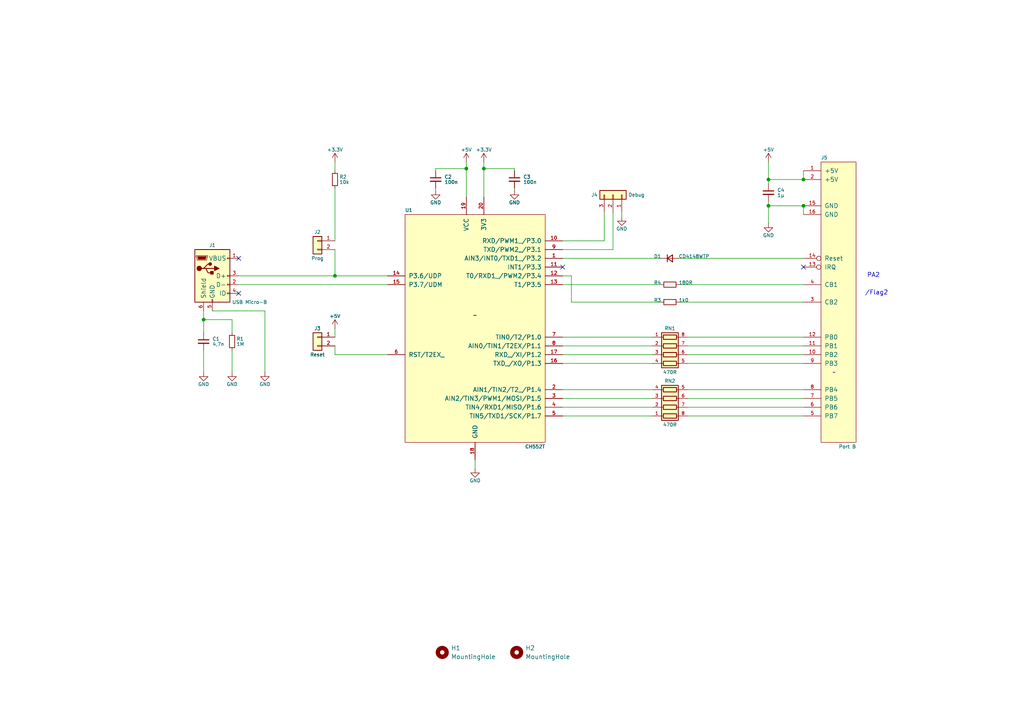
<source format=kicad_sch>
(kicad_sch (version 20211123) (generator eeschema)
  (paper "A4")
  (lib_symbols
    (symbol "Conn_01x02_1" (pin_names (offset 1.016) hide)
      (property "Reference" "J?" (at 0 5.08 0))
      (property "Value" "Conn_01x02_1" (at 0 -2.54 0))
      (symbol "Conn_01x02_1_1_1"
        (rectangle (start -1.27 -2.413) (end 0 -2.667) (stroke (width 0.1524)))
        (rectangle (start -1.27 0.127) (end 0 -0.127) (stroke (width 0.1524)))
        (rectangle (start -1.27 1.27) (end 1.27 -3.81) (stroke (width 0.254)) (fill (type background)))
        (pin passive line (at -5.08 0 0) (length 3.81) (name "Pin_1") (number "1"))
        (pin passive line (at -5.08 -2.54 0) (length 3.81) (name "Pin_2") (number "2"))
      )
    )
    (symbol "Connector:USB_OTG" (pin_names (offset 1.016))
      (property "Reference" "J?" (at 0 10.795 0))
      (property "Value" "USB_OTG" (at 0 8.89 0))
      (symbol "USB_OTG_0_1"
        (rectangle (start -5.08 -7.62) (end 5.08 7.62) (stroke (width 0.254)) (fill (type background)))
        (circle (center -3.81 2.159) (radius 0.635) (stroke (width 0.254)) (fill (type outline)))
        (circle (center -0.635 3.429) (radius 0.381) (stroke (width 0.254)) (fill (type outline)))
        (rectangle (start -0.127 -7.62) (end 0.127 -6.858))
        (polyline (pts (xy -1.905 2.159) (xy 0.635 2.159)) (stroke (width 0.254)))
        (polyline (pts (xy -3.175 2.159) (xy -2.54 2.159) (xy -1.27 3.429) (xy -0.635 3.429)) (stroke (width 0.254)))
        (polyline (pts (xy -2.54 2.159) (xy -1.905 2.159) (xy -1.27 0.889) (xy 0 0.889)) (stroke (width 0.254)))
        (polyline (pts (xy 0.635 2.794) (xy 0.635 1.524) (xy 1.905 2.159) (xy 0.635 2.794)) (stroke (width 0.254)) (fill (type outline)))
        (polyline (pts (xy -4.318 5.588) (xy -1.778 5.588) (xy -2.032 4.826) (xy -4.064 4.826) (xy -4.318 5.588)) (fill (type outline)))
        (polyline (pts (xy -4.699 5.842) (xy -4.699 5.588) (xy -4.445 4.826) (xy -4.445 4.572) (xy -1.651 4.572) (xy -1.651 4.826) (xy -1.397 5.588) (xy -1.397 5.842) (xy -4.699 5.842)))
        (rectangle (start 0.254 1.27) (end -0.508 0.508) (stroke (width 0.254)) (fill (type outline)))
        (rectangle (start 5.08 -5.207) (end 4.318 -4.953))
        (rectangle (start 5.08 -2.667) (end 4.318 -2.413))
        (rectangle (start 5.08 -0.127) (end 4.318 0.127))
        (rectangle (start 5.08 4.953) (end 4.318 5.207))
      )
      (symbol "USB_OTG_1_1"
        (pin passive line (at 7.62 5.08 180) (length 2.54) (name "VBUS") (number "1"))
        (pin bidirectional line (at 7.62 -2.54 180) (length 2.54) (name "D-") (number "2"))
        (pin bidirectional line (at 7.62 0 180) (length 2.54) (name "D+") (number "3"))
        (pin passive line (at 7.62 -5.08 180) (length 2.54) (name "ID") (number "4"))
        (pin passive line (at 0 -10.16 90) (length 2.54) (name "GND") (number "5"))
        (pin passive line (at -2.54 -10.16 90) (length 2.54) (name "Shield") (number "6"))
      )
    )
    (symbol "Connector_Generic:Conn_01x02" (pin_names (offset 1.016) hide)
      (property "Reference" "J?" (at 0 5.08 0))
      (property "Value" "P1.5" (at 0 -2.54 0))
      (symbol "Conn_01x02_1_1"
        (rectangle (start -1.27 -2.413) (end 0 -2.667) (stroke (width 0.1524)))
        (rectangle (start -1.27 0.127) (end 0 -0.127) (stroke (width 0.1524)))
        (rectangle (start -1.27 1.27) (end 1.27 -3.81) (stroke (width 0.254)) (fill (type background)))
        (pin passive line (at -5.08 0 0) (length 3.81) (name "Pin_1") (number "1"))
        (pin passive line (at -5.08 -2.54 0) (length 3.81) (name "Pin_2") (number "2"))
      )
    )
    (symbol "Connector_Generic:Conn_01x03" (pin_names (offset 1.016) hide)
      (property "Reference" "J?" (at 5.08 1.27 90))
      (property "Value" "Debug" (at 5.08 -0.635 90))
      (symbol "Conn_01x03_1_1"
        (rectangle (start -1.27 -2.413) (end 0 -2.667) (stroke (width 0.1524)))
        (rectangle (start -1.27 0.127) (end 0 -0.127) (stroke (width 0.1524)))
        (rectangle (start -1.27 2.667) (end 0 2.413) (stroke (width 0.1524)))
        (rectangle (start -1.27 3.81) (end 1.27 -3.81) (stroke (width 0.254)) (fill (type background)))
        (pin passive line (at -5.08 2.54 0) (length 3.81) (name "Pin_1") (number "1"))
        (pin passive line (at -5.08 0 0) (length 3.81) (name "Pin_2") (number "2"))
        (pin passive line (at -5.08 -2.54 0) (length 3.81) (name "Pin_3") (number "3"))
      )
    )
    (symbol "Device:C_Small" (pin_numbers hide) (pin_names (offset 0.254) hide)
      (property "Reference" "C" (at 0.254 1.778 0))
      (property "Value" "C_Small" (at 0.254 -2.032 0))
      (symbol "C_Small_0_1"
        (polyline (pts (xy -1.524 -0.508) (xy 1.524 -0.508)) (stroke (width 0.3302)))
        (polyline (pts (xy -1.524 0.508) (xy 1.524 0.508)) (stroke (width 0.3048)))
      )
      (symbol "C_Small_1_1"
        (pin passive line (at 0 2.54 270) (length 2.032) (name "~") (number "1"))
        (pin passive line (at 0 -2.54 90) (length 2.032) (name "~") (number "2"))
      )
    )
    (symbol "Device:D_Small" (pin_numbers hide) (pin_names (offset 0.254) hide)
      (property "Reference" "D" (at -1.27 2.032 0))
      (property "Value" "D_Small" (at -3.81 -2.032 0))
      (symbol "D_Small_0_1"
        (polyline (pts (xy -0.762 -1.016) (xy -0.762 1.016)) (stroke (width 0.254)))
        (polyline (pts (xy -0.762 0) (xy 0.762 0)))
        (polyline (pts (xy 0.762 -1.016) (xy -0.762 0) (xy 0.762 1.016) (xy 0.762 -1.016)) (stroke (width 0.254)))
      )
      (symbol "D_Small_1_1"
        (pin passive line (at -2.54 0 0) (length 1.778) (name "K") (number "1"))
        (pin passive line (at 2.54 0 180) (length 1.778) (name "A") (number "2"))
      )
    )
    (symbol "Device:R_Small" (pin_numbers hide) (pin_names (offset 0.254) hide)
      (property "Reference" "R" (at 0.762 0.508 0))
      (property "Value" "R_Small" (at 0.762 -1.016 0))
      (symbol "R_Small_0_1"
        (rectangle (start -0.762 1.778) (end 0.762 -1.778) (stroke (width 0.2032)))
      )
      (symbol "R_Small_1_1"
        (pin passive line (at 0 2.54 270) (length 0.762) (name "~") (number "1"))
        (pin passive line (at 0 -2.54 90) (length 0.762) (name "~") (number "2"))
      )
    )
    (symbol "Mechanical:MountingHole" (pin_names (offset 1.016))
      (property "Reference" "H" (at 0 5.08 0))
      (property "Value" "MountingHole" (at 0 3.175 0))
      (symbol "MountingHole_0_1"
        (circle (center 0 0) (radius 1.27) (stroke (width 1.27)))
      )
    )
    (symbol "R_Pack04_1" (pin_names (offset 0) hide)
      (property "Reference" "RN?" (at 0 7.62 90))
      (property "Value" "470R" (at 4.445 7.62 90))
      (symbol "R_Pack04_1_0_1"
        (rectangle (start -6.35 -2.413) (end 3.81 2.413) (stroke (width 0.254)) (fill (type background)))
        (rectangle (start -5.715 1.905) (end -4.445 -1.905) (stroke (width 0.254)))
        (rectangle (start -3.175 1.905) (end -1.905 -1.905) (stroke (width 0.254)))
        (rectangle (start -0.635 1.905) (end 0.635 -1.905) (stroke (width 0.254)))
        (polyline (pts (xy -5.08 -2.54) (xy -5.08 -1.905)))
        (polyline (pts (xy -5.08 1.905) (xy -5.08 2.54)))
        (polyline (pts (xy -2.54 -2.54) (xy -2.54 -1.905)))
        (polyline (pts (xy -2.54 1.905) (xy -2.54 2.54)))
        (polyline (pts (xy 0 -2.54) (xy 0 -1.905)))
        (polyline (pts (xy 0 1.905) (xy 0 2.54)))
        (polyline (pts (xy 2.54 -2.54) (xy 2.54 -1.905)))
        (polyline (pts (xy 2.54 1.905) (xy 2.54 2.54)))
        (rectangle (start 1.905 1.905) (end 3.175 -1.905) (stroke (width 0.254)))
      )
      (symbol "R_Pack04_1_1_1"
        (pin passive line (at -5.08 -5.08 90) (length 2.54) (name "R1.1") (number "1"))
        (pin passive line (at -2.54 -5.08 90) (length 2.54) (name "R2.1") (number "2"))
        (pin passive line (at 0 -5.08 90) (length 2.54) (name "R3.1") (number "3"))
        (pin passive line (at 2.54 -5.08 90) (length 2.54) (name "R4.1") (number "4"))
        (pin passive line (at 2.54 5.08 270) (length 2.54) (name "R4.2") (number "5"))
        (pin passive line (at 0 5.08 270) (length 2.54) (name "R3.2") (number "6"))
        (pin passive line (at -2.54 5.08 270) (length 2.54) (name "R2.2") (number "7"))
        (pin passive line (at -5.08 5.08 270) (length 2.54) (name "R1.2") (number "8"))
      )
    )
    (symbol "TTB:CH552T" (pin_names (offset 1.016))
      (property "Reference" "U?" (at -20.32 33.655 0))
      (property "Value" "CH552T" (at 20.32 -33.655 0))
      (symbol "CH552T_0_1"
        (rectangle (start -20.32 33.02) (end 20.32 -33.02) (fill (type background)))
      )
      (symbol "CH552T_1_1"
        (pin bidirectional line (at 25.4 20.32 180) (length 5.08) (name "AIN3/INT0/TXD1_/P3.2") (number "1"))
        (pin bidirectional line (at 25.4 25.4 180) (length 5.08) (name "RXD/PWM1_/P3.0") (number "10"))
        (pin bidirectional line (at 25.4 17.78 180) (length 5.08) (name "INT1/P3.3") (number "11"))
        (pin bidirectional line (at 25.4 15.24 180) (length 5.08) (name "T0/RXD1_/PWM2/P3.4") (number "12"))
        (pin bidirectional line (at 25.4 12.7 180) (length 5.08) (name "T1/P3.5") (number "13"))
        (pin bidirectional line (at -25.4 15.24 0) (length 5.08) (name "P3.6/UDP") (number "14"))
        (pin bidirectional line (at -25.4 12.7 0) (length 5.08) (name "P3.7/UDM") (number "15"))
        (pin bidirectional line (at 25.4 -10.16 180) (length 5.08) (name "TXD_/XO/P1.3") (number "16"))
        (pin bidirectional line (at 25.4 -7.62 180) (length 5.08) (name "RXD_/XI/P1.2") (number "17"))
        (pin power_in line (at 0 -38.1 90) (length 5.08) (name "GND") (number "18"))
        (pin power_in line (at -2.54 38.1 270) (length 5.08) (name "VCC") (number "19"))
        (pin bidirectional line (at 25.4 -17.78 180) (length 5.08) (name "AIN1/TIN2/T2_/P1.4") (number "2"))
        (pin power_out line (at 2.54 38.1 270) (length 5.08) (name "3V3") (number "20"))
        (pin bidirectional line (at 25.4 -20.32 180) (length 5.08) (name "AIN2/TIN3/PWM1/MOSI/P1.5") (number "3"))
        (pin bidirectional line (at 25.4 -22.86 180) (length 5.08) (name "TIN4/RXD1/MISO/P1.6") (number "4"))
        (pin bidirectional line (at 25.4 -25.4 180) (length 5.08) (name "TIN5/TXD1/SCK/P1.7") (number "5"))
        (pin input line (at -25.4 -7.62 0) (length 5.08) (name "RST/T2EX_") (number "6"))
        (pin bidirectional line (at 25.4 -2.54 180) (length 5.08) (name "TIN0/T2/P1.0") (number "7"))
        (pin bidirectional line (at 25.4 -5.08 180) (length 5.08) (name "AIN0/TIN1/T2EX/P1.1") (number "8"))
        (pin bidirectional line (at 25.4 22.86 180) (length 5.08) (name "TXD/PWM2_/P3.1") (number "9"))
      )
    )
    (symbol "TTB:TTB_JC2_Extension_PortB" (pin_names (offset 1))
      (property "Reference" "J5" (at -5.08 41.91 0))
      (property "Value" "Port B" (at 5.08 -41.91 0))
      (symbol "TTB_JC2_Extension_PortB_0_1"
        (rectangle (start -5.08 40.64) (end 5.08 -40.64) (fill (type background)))
      )
      (symbol "TTB_JC2_Extension_PortB_1_1"
        (pin power_out line (at -10.16 38.1 0) (length 5.08) (name "+5V") (number "1"))
        (pin bidirectional line (at -10.16 -15.24 0) (length 5.08) (name "PB2") (number "10"))
        (pin bidirectional line (at -10.16 -12.7 0) (length 5.08) (name "PB1") (number "11"))
        (pin bidirectional line (at -10.16 -10.16 0) (length 5.08) (name "PB0") (number "12"))
        (pin input inverted (at -10.16 10.16 0) (length 5.08) (name "IRQ") (number "13"))
        (pin input inverted (at -10.16 12.7 0) (length 5.08) (name "Reset") (number "14"))
        (pin power_out line (at -10.16 27.94 0) (length 5.08) (name "GND") (number "15"))
        (pin power_out line (at -10.16 25.4 0) (length 5.08) (name "GND") (number "16"))
        (pin power_out line (at -10.16 35.56 0) (length 5.08) (name "+5V") (number "2"))
        (pin output line (at -10.16 0 0) (length 5.08) (name "CB2") (number "3"))
        (pin input line (at -10.16 5.08 0) (length 5.08) (name "CB1") (number "4"))
        (pin bidirectional line (at -10.16 -33.02 0) (length 5.08) (name "PB7") (number "5"))
        (pin bidirectional line (at -10.16 -30.48 0) (length 5.08) (name "PB6") (number "6"))
        (pin bidirectional line (at -10.16 -27.94 0) (length 5.08) (name "PB5") (number "7"))
        (pin bidirectional line (at -10.16 -25.4 0) (length 5.08) (name "PB4") (number "8"))
        (pin bidirectional line (at -10.16 -17.78 0) (length 5.08) (name "PB3") (number "9"))
      )
    )
    (symbol "power:+3.3V" (power) (pin_names (offset 0))
      (property "Value" "+3.3V" (at 0 3.556 0))
      (symbol "+3.3V_0_1"
        (polyline (pts (xy -0.762 1.27) (xy 0 2.54)))
        (polyline (pts (xy 0 0) (xy 0 2.54)))
        (polyline (pts (xy 0 2.54) (xy 0.762 1.27)))
      )
      (symbol "+3.3V_1_1"
        (pin power_in line (at 0 0 90) (length 0) hide (name "+3.3V") (number "1"))
      )
    )
    (symbol "power:+5V" (power) (pin_names (offset 0))
      (property "Value" "+5V" (at 0 3.556 0))
      (symbol "+5V_0_1"
        (polyline (pts (xy -0.762 1.27) (xy 0 2.54)))
        (polyline (pts (xy 0 0) (xy 0 2.54)))
        (polyline (pts (xy 0 2.54) (xy 0.762 1.27)))
      )
      (symbol "+5V_1_1"
        (pin power_in line (at 0 0 90) (length 0) hide (name "+5V") (number "1"))
      )
    )
    (symbol "power:GND" (power) (pin_names (offset 0))
      (property "Value" "GND" (at 0 -3.81 0))
      (symbol "GND_0_1"
        (polyline (pts (xy 0 0) (xy 0 -1.27) (xy 1.27 -1.27) (xy 0 -2.54) (xy -1.27 -1.27) (xy 0 -1.27)))
      )
      (symbol "GND_1_1"
        (pin power_in line (at 0 0 270) (length 0) hide (name "GND") (number "1"))
      )
    )
  )
  (junction (at 135.255 48.895))
  (junction (at 140.335 48.895))
  (junction (at 59.055 92.71))
  (junction (at 222.885 52.07))
  (junction (at 97.155 80.01))
  (junction (at 233.045 52.07))
  (junction (at 233.045 59.69))
  (junction (at 222.885 59.69))
  (no_connect (at 69.215 74.93))
  (no_connect (at 69.215 85.09))
  (no_connect (at 233.045 77.47))
  (no_connect (at 163.195 77.47))
  (wire (pts (xy 140.335 46.99) (xy 140.335 48.895)))
  (wire (pts (xy 59.055 90.17) (xy 59.055 92.71)))
  (wire (pts (xy 199.39 102.87) (xy 233.045 102.87)))
  (wire (pts (xy 165.735 80.01) (xy 165.735 87.63)))
  (wire (pts (xy 59.055 92.71) (xy 59.055 96.52)))
  (wire (pts (xy 97.155 80.01) (xy 97.155 72.39)))
  (wire (pts (xy 163.195 97.79) (xy 189.23 97.79)))
  (wire (pts (xy 199.39 118.11) (xy 233.045 118.11)))
  (wire (pts (xy 163.195 118.11) (xy 189.23 118.11)))
  (wire (pts (xy 135.255 57.15) (xy 135.255 48.895)))
  (wire (pts (xy 97.155 80.01) (xy 112.395 80.01)))
  (wire (pts (xy 233.045 49.53) (xy 233.045 52.07)))
  (wire (pts (xy 149.225 54.61) (xy 149.225 55.245)))
  (wire (pts (xy 97.155 100.33) (xy 97.155 102.87)))
  (wire (pts (xy 222.885 52.07) (xy 222.885 53.34)))
  (wire (pts (xy 67.31 96.52) (xy 67.31 92.71)))
  (wire (pts (xy 199.39 105.41) (xy 233.045 105.41)))
  (wire (pts (xy 126.365 54.61) (xy 126.365 55.245)))
  (wire (pts (xy 222.885 52.07) (xy 233.045 52.07)))
  (wire (pts (xy 112.395 102.87) (xy 97.155 102.87)))
  (wire (pts (xy 163.195 120.65) (xy 189.23 120.65)))
  (wire (pts (xy 222.885 59.69) (xy 233.045 59.69)))
  (wire (pts (xy 163.195 100.33) (xy 189.23 100.33)))
  (wire (pts (xy 163.195 113.03) (xy 189.23 113.03)))
  (wire (pts (xy 97.155 46.99) (xy 97.155 49.53)))
  (wire (pts (xy 163.195 105.41) (xy 189.23 105.41)))
  (wire (pts (xy 59.055 101.6) (xy 59.055 107.95)))
  (wire (pts (xy 165.735 87.63) (xy 191.77 87.63)))
  (wire (pts (xy 163.195 82.55) (xy 191.77 82.55)))
  (wire (pts (xy 222.885 46.99) (xy 222.885 52.07)))
  (wire (pts (xy 67.31 92.71) (xy 59.055 92.71)))
  (wire (pts (xy 222.885 59.69) (xy 222.885 64.77)))
  (wire (pts (xy 163.195 74.93) (xy 191.77 74.93)))
  (wire (pts (xy 69.215 82.55) (xy 112.395 82.55)))
  (wire (pts (xy 199.39 100.33) (xy 233.045 100.33)))
  (wire (pts (xy 175.26 61.595) (xy 175.26 69.85)))
  (wire (pts (xy 163.195 115.57) (xy 189.23 115.57)))
  (wire (pts (xy 177.8 72.39) (xy 163.195 72.39)))
  (wire (pts (xy 76.835 90.17) (xy 76.835 107.95)))
  (wire (pts (xy 126.365 48.895) (xy 126.365 49.53)))
  (wire (pts (xy 67.31 101.6) (xy 67.31 107.95)))
  (wire (pts (xy 233.045 59.69) (xy 233.045 62.23)))
  (wire (pts (xy 175.26 69.85) (xy 163.195 69.85)))
  (wire (pts (xy 126.365 48.895) (xy 135.255 48.895)))
  (wire (pts (xy 177.8 61.595) (xy 177.8 72.39)))
  (wire (pts (xy 196.85 82.55) (xy 233.045 82.55)))
  (wire (pts (xy 135.255 46.99) (xy 135.255 48.895)))
  (wire (pts (xy 196.85 74.93) (xy 233.045 74.93)))
  (wire (pts (xy 69.215 80.01) (xy 97.155 80.01)))
  (wire (pts (xy 163.195 102.87) (xy 189.23 102.87)))
  (wire (pts (xy 163.195 80.01) (xy 165.735 80.01)))
  (wire (pts (xy 180.34 61.595) (xy 180.34 62.865)))
  (wire (pts (xy 199.39 97.79) (xy 233.045 97.79)))
  (wire (pts (xy 149.225 48.895) (xy 149.225 49.53)))
  (wire (pts (xy 199.39 120.65) (xy 233.045 120.65)))
  (wire (pts (xy 140.335 57.15) (xy 140.335 48.895)))
  (wire (pts (xy 199.39 115.57) (xy 233.045 115.57)))
  (wire (pts (xy 196.85 87.63) (xy 233.045 87.63)))
  (wire (pts (xy 61.595 90.17) (xy 76.835 90.17)))
  (wire (pts (xy 199.39 113.03) (xy 233.045 113.03)))
  (wire (pts (xy 140.335 48.895) (xy 149.225 48.895)))
  (wire (pts (xy 97.155 54.61) (xy 97.155 69.85)))
  (wire (pts (xy 137.795 133.35) (xy 137.795 135.89)))
  (wire (pts (xy 97.155 95.25) (xy 97.155 97.79)))
  (wire (pts (xy 222.885 58.42) (xy 222.885 59.69)))
  (text "PA2" (at 251.46 80.645 0) (effects (font (size 1.27 1.27)) (justify left bottom)))
  (text "/Flag2" (at 250.825 85.725 0) (effects (font (size 1.27 1.27)) (justify left bottom)))
  (symbol (lib_name "R_Pack04_1") (lib_id "Device:R_Pack04") (at 194.31 115.57 270) (mirror x) (unit 1)
    (property "Reference" "RN2" (at 194.31 110.49 90) (effects (font (size 1 1))))
    (property "Value" "470R" (at 194.31 123.19 90) (effects (font (size 1 1))))
    (property "Footprint" "TTB_MyLib:TTB_RNet1206_4R" (effects hide))
    (property "JLCPCB" "C102671" (effects hide))
  )
  (symbol (lib_id "Connector_Generic:Conn_01x02") (at 92.075 97.79 0) (mirror y) (unit 1)
    (property "Reference" "J3" (at 92.075 95.25 0) (effects (font (size 1 1))))
    (property "Value" "Reset" (at 92.075 102.87 0) (effects (font (size 1 1))))
    (property "Footprint" "TTB_MyLib:TTB_Pinhead_1x2_Rahmen" (effects hide))
    (property "JLCPCB" "C152154" (effects hide))
  )
  (symbol (lib_id "Mechanical:MountingHole") (at 128.27 189.23 0) (unit 1)
    (property "Reference" "H1" (at 130.81 187.9599 0) (effects (justify left)))
    (property "Value" "MountingHole" (at 130.81 190.4999 0) (effects (justify left)))
    (property "Footprint" "MountingHole:MountingHole_2.7mm_M2.5_DIN965" (effects hide))
  )
  (symbol (lib_id "power:GND") (at 137.795 135.89 0) (unit 1)
    (property "Reference" "#PWR0106" (effects hide))
    (property "Value" "GND" (at 137.795 138.811 0) (effects (font (size 1 1)) (justify top)))
  )
  (symbol (lib_id "Connector:USB_OTG") (at 61.595 80.01 0) (unit 1)
    (property "Reference" "J1" (at 61.595 71.12 0) (effects (font (size 1 1))))
    (property "Value" "USB Micro-B" (at 67.31 87.63 0) (effects (font (size 1 1)) (justify left)))
    (property "Footprint" "TTB_MyLib:TTB_USB-B_Micro_LCSC_C10418" (effects hide))
    (property "JLCPCB" "C10418" (effects hide))
  )
  (symbol (lib_id "Device:R_Small") (at 67.31 99.06 180) (unit 1)
    (property "Reference" "R1" (at 68.58 98.298 0) (effects (font (size 1 1)) (justify right)))
    (property "Value" "1M" (at 68.58 99.822 0) (effects (font (size 1 1)) (justify right)))
    (property "Footprint" "TTB_MyLib:TTB_R0603" (effects hide))
    (property "JLCPCB" "C858907" (effects hide))
  )
  (symbol (lib_id "power:+3.3V") (at 140.335 46.99 0) (unit 1)
    (property "Reference" "#PWR0110" (effects hide))
    (property "Value" "+3.3V" (at 140.335 43.434 0) (effects (font (size 1 1))))
  )
  (symbol (lib_id "power:GND") (at 149.225 55.245 0) (unit 1)
    (property "Reference" "#PWR0109" (effects hide))
    (property "Value" "GND" (at 149.225 58.166 0) (effects (font (size 1 1)) (justify top)))
  )
  (symbol (lib_id "Mechanical:MountingHole") (at 149.86 189.23 0) (unit 1)
    (property "Reference" "H2" (at 152.4 187.9599 0) (effects (justify left)))
    (property "Value" "MountingHole" (at 152.4 190.4999 0) (effects (justify left)))
    (property "Footprint" "MountingHole:MountingHole_2.7mm_M2.5_DIN965" (effects hide))
  )
  (symbol (lib_id "Connector_Generic:Conn_01x03") (at 177.8 56.515 270) (mirror x) (unit 1)
    (property "Reference" "J4" (at 173.355 56.515 90) (effects (font (size 1 1)) (justify right)))
    (property "Value" "Debug" (at 182.245 56.515 90) (effects (font (size 1 1)) (justify left)))
    (property "Footprint" "TTB_MyLib:TTB_Pinhead_1x3_Rahmen" (effects hide))
    (property "JLCPCB" "C152153" (effects hide))
  )
  (symbol (lib_name "R_Pack04_1") (lib_id "Device:R_Pack04") (at 194.31 102.87 270) (unit 1)
    (property "Reference" "RN1" (at 194.31 95.25 90) (effects (font (size 1 1))))
    (property "Value" "470R" (at 194.31 107.95 90) (effects (font (size 1 1))))
    (property "Footprint" "TTB_MyLib:TTB_RNet1206_4R" (effects hide))
    (property "JLCPCB" "C102671" (effects hide))
  )
  (symbol (lib_id "power:+5V") (at 97.155 95.25 0) (unit 1)
    (property "Reference" "#PWR0107" (effects hide))
    (property "Value" "+5V" (at 97.155 91.694 0) (effects (font (size 1 1))))
  )
  (symbol (lib_id "power:+5V") (at 222.885 46.99 0) (unit 1)
    (property "Reference" "#PWR0112" (effects hide))
    (property "Value" "+5V" (at 222.885 43.434 0) (effects (font (size 1 1))))
  )
  (symbol (lib_name "Conn_01x02_1") (lib_id "Connector_Generic:Conn_01x02") (at 92.075 69.85 0) (mirror y) (unit 1)
    (property "Reference" "J2" (at 92.075 67.31 0) (effects (font (size 1 1))))
    (property "Value" "Prog" (at 92.075 74.93 0) (effects (font (size 1 1))))
    (property "Footprint" "TTB_MyLib:TTB_Pinhead_1x2_Rahmen" (effects hide))
    (property "JLCPCB" "C152154" (effects hide))
  )
  (symbol (lib_id "Device:R_Small") (at 194.31 82.55 90) (unit 1)
    (property "Reference" "R4" (at 191.77 82.55 90) (effects (font (size 1 1)) (justify left top)))
    (property "Value" "180R" (at 196.85 82.55 90) (effects (font (size 1 1)) (justify right top)))
    (property "Footprint" "TTB_MyLib:TTB_R0603" (effects hide))
    (property "JLCPCB" "C137786" (effects hide))
  )
  (symbol (lib_id "power:GND") (at 59.055 107.95 0) (unit 1)
    (property "Reference" "#PWR0102" (effects hide))
    (property "Value" "GND" (at 59.055 110.871 0) (effects (font (size 1 1)) (justify top)))
  )
  (symbol (lib_id "Device:D_Small") (at 194.31 74.93 0) (unit 1)
    (property "Reference" "D1" (at 191.77 74.93 0) (effects (font (size 1 1)) (justify right bottom)))
    (property "Value" "CD4148WTP" (at 196.85 74.93 0) (effects (font (size 1 1)) (justify left bottom)))
    (property "Footprint" "TTB_MyLib:TTB_D0603" (effects hide))
    (property "JLCPCB" "C109002" (effects hide))
  )
  (symbol (lib_id "Device:C_Small") (at 149.225 52.07 0) (unit 1)
    (property "Reference" "C3" (at 151.765 51.308 0) (effects (font (size 1 1)) (justify left)))
    (property "Value" "100n" (at 151.765 52.832 0) (effects (font (size 1 1)) (justify left)))
    (property "Footprint" "TTB_MyLib:TTB_C0603" (effects hide))
    (property "JLCPCB" "C30926" (effects hide))
  )
  (symbol (lib_id "power:GND") (at 126.365 55.245 0) (unit 1)
    (property "Reference" "#PWR0108" (effects hide))
    (property "Value" "GND" (at 126.365 58.166 0) (effects (font (size 1 1)) (justify top)))
  )
  (symbol (lib_id "TTB:CH552T") (at 137.795 95.25 0) (unit 1)
    (property "Reference" "U1" (at 117.475 60.96 0) (effects (font (size 1 1)) (justify left)))
    (property "Value" "CH552T" (at 158.115 129.54 0) (effects (font (size 1 1)) (justify right)))
    (property "Footprint" "Package_SO:TSSOP-20_4.4x6.5mm_P0.65mm" (effects hide))
    (property "Datasheet" "~" (at 137.795 91.44 0) (effects (font (size 1.524 1.524))))
    (property "JLCPCB" "C111367" (effects hide))
  )
  (symbol (lib_id "power:GND") (at 67.31 107.95 0) (unit 1)
    (property "Reference" "#PWR0103" (effects hide))
    (property "Value" "GND" (at 67.31 110.871 0) (effects (font (size 1 1)) (justify top)))
  )
  (symbol (lib_id "power:+3.3V") (at 97.155 46.99 0) (unit 1)
    (property "Reference" "#PWR0101" (effects hide))
    (property "Value" "+3.3V" (at 97.155 43.434 0) (effects (font (size 1 1))))
  )
  (symbol (lib_id "power:+5V") (at 135.255 46.99 0) (unit 1)
    (property "Reference" "#PWR0111" (effects hide))
    (property "Value" "+5V" (at 135.255 43.434 0) (effects (font (size 1 1))))
  )
  (symbol (lib_id "power:GND") (at 222.885 64.77 0) (unit 1)
    (property "Reference" "#PWR0113" (effects hide))
    (property "Value" "GND" (at 222.885 67.691 0) (effects (font (size 1 1)) (justify top)))
  )
  (symbol (lib_id "power:GND") (at 76.835 107.95 0) (unit 1)
    (property "Reference" "#PWR0104" (effects hide))
    (property "Value" "GND" (at 76.835 110.871 0) (effects (font (size 1 1)) (justify top)))
  )
  (symbol (lib_id "Device:C_Small") (at 222.885 55.88 0) (unit 1)
    (property "Reference" "C4" (at 225.425 55.118 0) (effects (font (size 1 1)) (justify left)))
    (property "Value" "1µ" (at 225.425 56.642 0) (effects (font (size 1 1)) (justify left)))
    (property "Footprint" "TTB_MyLib:TTB_C0603" (effects hide))
    (property "JLCPCB" "C59302" (effects hide))
  )
  (symbol (lib_id "Device:C_Small") (at 126.365 52.07 0) (unit 1)
    (property "Reference" "C2" (at 128.905 51.308 0) (effects (font (size 1 1)) (justify left)))
    (property "Value" "100n" (at 128.905 52.832 0) (effects (font (size 1 1)) (justify left)))
    (property "Footprint" "TTB_MyLib:TTB_C0603" (effects hide))
    (property "JLCPCB" "C30926" (effects hide))
  )
  (symbol (lib_id "Device:C_Small") (at 59.055 99.06 0) (unit 1)
    (property "Reference" "C1" (at 61.595 98.298 0) (effects (font (size 1 1)) (justify left)))
    (property "Value" "4,7n" (at 61.595 99.822 0) (effects (font (size 1 1)) (justify left)))
    (property "Footprint" "TTB_MyLib:TTB_C0603" (effects hide))
    (property "JLCPCB" "C53987" (effects hide))
  )
  (symbol (lib_id "Device:R_Small") (at 194.31 87.63 90) (unit 1)
    (property "Reference" "R3" (at 191.77 87.63 90) (effects (font (size 1 1)) (justify left top)))
    (property "Value" "1k0" (at 196.85 87.63 90) (effects (font (size 1 1)) (justify right top)))
    (property "Footprint" "TTB_MyLib:TTB_R0603" (effects hide))
    (property "JLCPCB" "C22548" (effects hide))
  )
  (symbol (lib_id "power:GND") (at 180.34 62.865 0) (unit 1)
    (property "Reference" "#PWR0105" (effects hide))
    (property "Value" "GND" (at 180.34 65.786 0) (effects (font (size 1 1)) (justify top)))
  )
  (symbol (lib_id "TTB:TTB_JC2_Extension_PortB") (at 243.205 87.63 0) (unit 1)
    (property "Reference" "J5" (at 238.125 45.72 0) (effects (font (size 1 1)) (justify left)))
    (property "Value" "Port B" (at 248.285 129.54 0) (effects (font (size 1 1)) (justify right)))
    (property "Footprint" "Connector_PinSocket_2.54mm:PinSocket_2x08_P2.54mm_Horizontal" (effects hide))
    (property "Datasheet" "~" (at 241.935 107.95 0))
    (property "JLCPCB" "C52105" (effects hide))
  )
  (symbol (lib_id "Device:R_Small") (at 97.155 52.07 180) (unit 1)
    (property "Reference" "R2" (at 98.425 51.308 0) (effects (font (size 1 1)) (justify right)))
    (property "Value" "10k" (at 98.425 52.832 0) (effects (font (size 1 1)) (justify right)))
    (property "Footprint" "TTB_MyLib:TTB_R0603" (effects hide))
    (property "JLCPCB" "C105575" (effects hide))
  )
)
</source>
